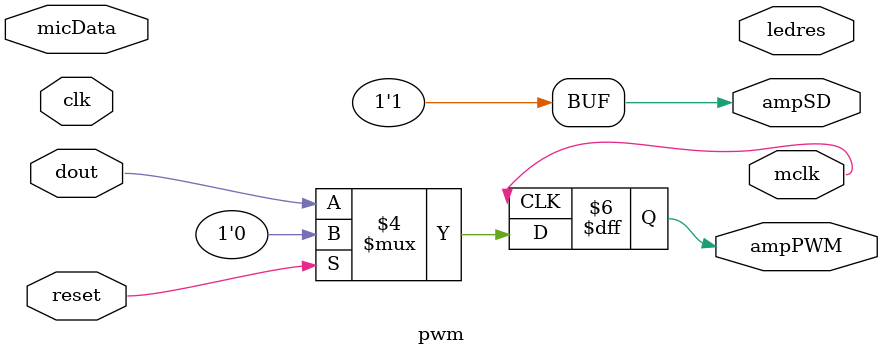
<source format=v>
module pwm
(
	input 		reset,	
	output 		ledres,
	input		clk,
	output		mclk,
        input           micData,    
        output    reg   ampPWM,
        output    reg	ampSD,
	input      dout
 

);


reg [7:0] count;
initial ampSD <= 1;


always @(posedge  mclk)
begin
count<=0;
	if (reset)
		begin
     		ampPWM<=0;
    		end 
	else 
		begin
		ampPWM<=dout;
		//if (count<=7)
		//	begin
		//	ampPWM<=dout[count];
		//	count<=count+1;
		//	end
		//else
		//	begin
		//	count<=0;
		//	end
		end
	
	
end

endmodule

</source>
